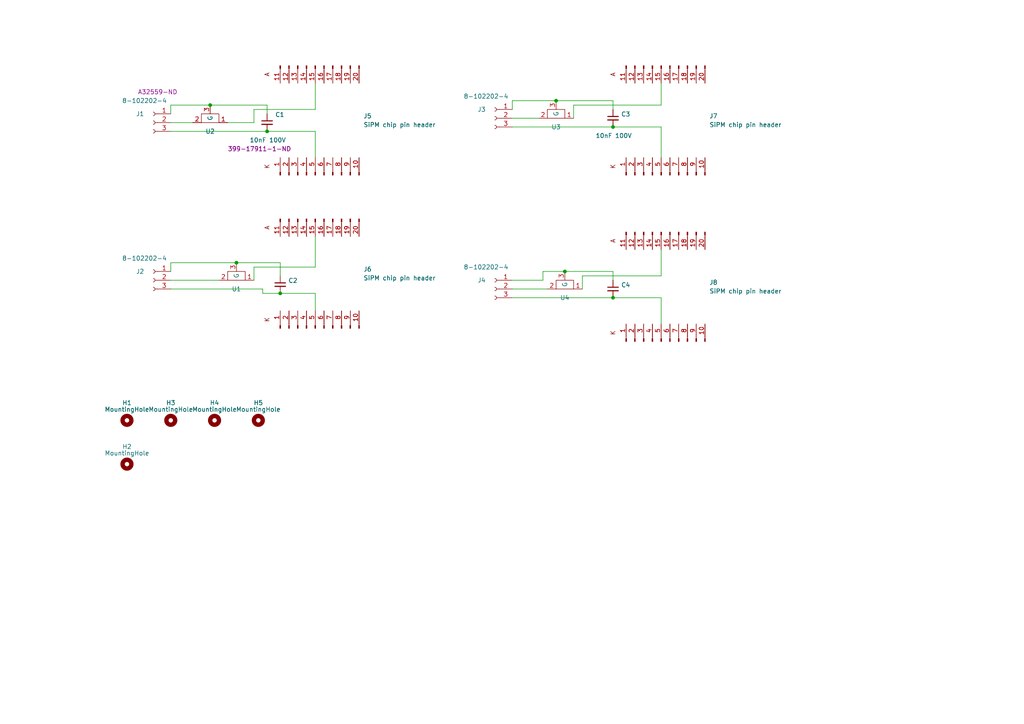
<source format=kicad_sch>
(kicad_sch (version 20230121) (generator eeschema)
  (paper "A4")
  (title_block (title "DarkQuest Quad SiPM Motherboard") (rev "6.1") (comment 1 "Accepts chip carrier with SiPM") (comment 2 "Pins go on motherboard and sockets go on chip carrier") (comment 3 "Rev 6.1 has pad for a 20 dB attenuator"))
  (lib_symbols
    (symbol "Analog:D10AA20Z4"
      (property "Reference" "U" (at 0 2.54 0))
      (symbol "D10AA20Z4_1_1"
        (rectangle (start -2.54 1.27) (end 2.54 -1.27))
        (pin passive line (at -5.08 1.27 0) (length 2.54) (name "") (number "1"))
        (pin passive line (at 5.08 1.27 180) (length 2.54) (name "") (number "2"))
        (pin passive line (at 0 -3.81 90) (length 2.54) (name "G") (number "3"))
      )
    )
    (symbol "Connector:Conn_01x03_Female" (pin_names (offset 1.016) hide)
      (property "Reference" "J" (at 0 5.08 0))
      (property "Value" "Conn_01x03_Female" (at 0 -5.08 0))
      (symbol "Conn_01x03_Female_1_1"
        (arc (start 0 -2.032) (mid -0.5058 -2.54) (end 0 -3.048) (stroke (width 0.1524)))
        (polyline (pts (xy -1.27 -2.54) (xy -0.508 -2.54)) (stroke (width 0.1524)))
        (polyline (pts (xy -1.27 0) (xy -0.508 0)) (stroke (width 0.1524)))
        (polyline (pts (xy -1.27 2.54) (xy -0.508 2.54)) (stroke (width 0.1524)))
        (arc (start 0 0.508) (mid -0.5058 0) (end 0 -0.508) (stroke (width 0.1524)))
        (arc (start 0 3.048) (mid -0.5058 2.54) (end 0 2.032) (stroke (width 0.1524)))
        (pin passive line (at -5.08 2.54 0) (length 3.81) (name "Pin_1") (number "1"))
        (pin passive line (at -5.08 0 0) (length 3.81) (name "Pin_2") (number "2"))
        (pin passive line (at -5.08 -2.54 0) (length 3.81) (name "Pin_3") (number "3"))
      )
    )
    (symbol "Connector:sipm_chip_carrier_pin_header" (pin_names (offset 1.016) hide)
      (property "Reference" "J" (at -16.51 12.7 0))
      (property "Value" "SiPM chip pin header" (at 0 -16.51 0))
      (symbol "sipm_chip_carrier_pin_header_1_1"
        (rectangle (start -15.6464 -12.573) (end -16.51 -12.827) (stroke (width 0.1524)) (fill (type outline)))
        (rectangle (start -15.6464 -10.033) (end -16.51 -10.287) (stroke (width 0.1524)) (fill (type outline)))
        (rectangle (start -15.6464 -7.493) (end -16.51 -7.747) (stroke (width 0.1524)) (fill (type outline)))
        (rectangle (start -15.6464 -4.953) (end -16.51 -5.207) (stroke (width 0.1524)) (fill (type outline)))
        (rectangle (start -15.6464 -2.413) (end -16.51 -2.667) (stroke (width 0.1524)) (fill (type outline)))
        (rectangle (start -15.6464 0.127) (end -16.51 -0.127) (stroke (width 0.1524)) (fill (type outline)))
        (rectangle (start -15.6464 2.667) (end -16.51 2.413) (stroke (width 0.1524)) (fill (type outline)))
        (rectangle (start -15.6464 5.207) (end -16.51 4.953) (stroke (width 0.1524)) (fill (type outline)))
        (rectangle (start -15.6464 7.747) (end -16.51 7.493) (stroke (width 0.1524)) (fill (type outline)))
        (rectangle (start -15.6464 10.287) (end -16.51 10.033) (stroke (width 0.1524)) (fill (type outline)))
        (polyline (pts (xy -15.24 -12.7) (xy -15.6464 -12.7)) (stroke (width 0.1524)))
        (polyline (pts (xy -15.24 -10.16) (xy -15.6464 -10.16)) (stroke (width 0.1524)))
        (polyline (pts (xy -15.24 -7.62) (xy -15.6464 -7.62)) (stroke (width 0.1524)))
        (polyline (pts (xy -15.24 -5.08) (xy -15.6464 -5.08)) (stroke (width 0.1524)))
        (polyline (pts (xy -15.24 -2.54) (xy -15.6464 -2.54)) (stroke (width 0.1524)))
        (polyline (pts (xy -15.24 0) (xy -15.6464 0)) (stroke (width 0.1524)))
        (polyline (pts (xy -15.24 2.54) (xy -15.6464 2.54)) (stroke (width 0.1524)))
        (polyline (pts (xy -15.24 5.08) (xy -15.6464 5.08)) (stroke (width 0.1524)))
        (polyline (pts (xy -15.24 7.62) (xy -15.6464 7.62)) (stroke (width 0.1524)))
        (polyline (pts (xy -15.24 10.16) (xy -15.6464 10.16)) (stroke (width 0.1524)))
        (polyline (pts (xy 13.97 -12.7) (xy 14.3764 -12.7)) (stroke (width 0.1524)))
        (polyline (pts (xy 13.97 -10.16) (xy 14.3764 -10.16)) (stroke (width 0.1524)))
        (polyline (pts (xy 13.97 -7.62) (xy 14.3764 -7.62)) (stroke (width 0.1524)))
        (polyline (pts (xy 13.97 -5.08) (xy 14.3764 -5.08)) (stroke (width 0.1524)))
        (polyline (pts (xy 13.97 -2.54) (xy 14.3764 -2.54)) (stroke (width 0.1524)))
        (polyline (pts (xy 13.97 0) (xy 14.3764 0)) (stroke (width 0.1524)))
        (polyline (pts (xy 13.97 2.54) (xy 14.3764 2.54)) (stroke (width 0.1524)))
        (polyline (pts (xy 13.97 5.08) (xy 14.3764 5.08)) (stroke (width 0.1524)))
        (polyline (pts (xy 13.97 7.62) (xy 14.3764 7.62)) (stroke (width 0.1524)))
        (polyline (pts (xy 13.97 10.16) (xy 14.3764 10.16)) (stroke (width 0.1524)))
        (rectangle (start 15.24 -12.827) (end 14.3764 -12.573) (stroke (width 0.1524)) (fill (type outline)))
        (rectangle (start 15.24 -10.287) (end 14.3764 -10.033) (stroke (width 0.1524)) (fill (type outline)))
        (rectangle (start 15.24 -7.747) (end 14.3764 -7.493) (stroke (width 0.1524)) (fill (type outline)))
        (rectangle (start 15.24 -5.207) (end 14.3764 -4.953) (stroke (width 0.1524)) (fill (type outline)))
        (rectangle (start 15.24 -2.667) (end 14.3764 -2.413) (stroke (width 0.1524)) (fill (type outline)))
        (rectangle (start 15.24 -0.127) (end 14.3764 0.127) (stroke (width 0.1524)) (fill (type outline)))
        (rectangle (start 15.24 2.413) (end 14.3764 2.667) (stroke (width 0.1524)) (fill (type outline)))
        (rectangle (start 15.24 4.953) (end 14.3764 5.207) (stroke (width 0.1524)) (fill (type outline)))
        (rectangle (start 15.24 7.493) (end 14.3764 7.747) (stroke (width 0.1524)) (fill (type outline)))
        (rectangle (start 15.24 10.033) (end 14.3764 10.287) (stroke (width 0.1524)) (fill (type outline)))
        (text "A" (at 12.7 13.97 0) (effects (font (size 1.27 1.27))))
        (text "K" (at -13.97 13.97 0) (effects (font (size 1.27 1.27))))
        (pin passive line (at -11.43 10.16 180) (length 3.81) (name "Pin_1") (number "1"))
        (pin passive line (at -11.43 -12.7 180) (length 3.81) (name "Pin_10") (number "10"))
        (pin passive line (at 10.16 10.16 0) (length 3.81) (name "Pin_1") (number "11"))
        (pin passive line (at 10.16 7.62 0) (length 3.81) (name "Pin_2") (number "12"))
        (pin passive line (at 10.16 5.08 0) (length 3.81) (name "Pin_3") (number "13"))
        (pin passive line (at 10.16 2.54 0) (length 3.81) (name "Pin_4") (number "14"))
        (pin passive line (at 10.16 0 0) (length 3.81) (name "Pin_5") (number "15"))
        (pin passive line (at 10.16 -2.54 0) (length 3.81) (name "Pin_6") (number "16"))
        (pin passive line (at 10.16 -5.08 0) (length 3.81) (name "Pin_7") (number "17"))
        (pin passive line (at 10.16 -7.62 0) (length 3.81) (name "Pin_8") (number "18"))
        (pin passive line (at 10.16 -10.16 0) (length 3.81) (name "Pin_9") (number "19"))
        (pin passive line (at -11.43 7.62 180) (length 3.81) (name "Pin_2") (number "2"))
        (pin passive line (at 10.16 -12.7 0) (length 3.81) (name "Pin_10") (number "20"))
        (pin passive line (at -11.43 5.08 180) (length 3.81) (name "Pin_3") (number "3"))
        (pin passive line (at -11.43 2.54 180) (length 3.81) (name "Pin_4") (number "4"))
        (pin passive line (at -11.43 0 180) (length 3.81) (name "Pin_5") (number "5"))
        (pin passive line (at -11.43 -2.54 180) (length 3.81) (name "Pin_6") (number "6"))
        (pin passive line (at -11.43 -5.08 180) (length 3.81) (name "Pin_7") (number "7"))
        (pin passive line (at -11.43 -7.62 180) (length 3.81) (name "Pin_8") (number "8"))
        (pin passive line (at -11.43 -10.16 180) (length 3.81) (name "Pin_9") (number "9"))
      )
    )
    (symbol "Device:C_Small" (pin_numbers hide) (pin_names (offset 0.254) hide)
      (property "Reference" "C" (at 0.254 1.778 0))
      (property "Value" "C_Small" (at 0.254 -2.032 0))
      (symbol "C_Small_0_1"
        (polyline (pts (xy -1.524 -0.508) (xy 1.524 -0.508)) (stroke (width 0.3302)))
        (polyline (pts (xy -1.524 0.508) (xy 1.524 0.508)) (stroke (width 0.3048)))
      )
      (symbol "C_Small_1_1"
        (pin passive line (at 0 2.54 270) (length 2.032) (name "~") (number "1"))
        (pin passive line (at 0 -2.54 90) (length 2.032) (name "~") (number "2"))
      )
    )
    (symbol "Mechanical:MountingHole" (pin_names (offset 1.016))
      (property "Reference" "H" (at 0 5.08 0))
      (property "Value" "MountingHole" (at 0 3.175 0))
      (symbol "MountingHole_0_1"
        (circle (center 0 0) (radius 1.27) (stroke (width 1.27)))
      )
    )
  )
  (junction (at 163.83 78.74))
  (junction (at 60.96 30.48))
  (junction (at 177.8 86.36))
  (junction (at 77.47 38.1))
  (junction (at 161.29 29.21))
  (junction (at 68.58 76.2))
  (junction (at 81.28 85.09))
  (junction (at 177.8 36.83))
  (wire (pts (xy 148.59 86.36) (xy 177.8 86.36)))
  (wire (pts (xy 157.48 78.74) (xy 163.83 78.74)))
  (wire (pts (xy 73.66 81.28) (xy 73.66 77.47)))
  (wire (pts (xy 168.91 80.01) (xy 191.77 80.01)))
  (wire (pts (xy 81.28 76.2) (xy 81.28 80.01)))
  (wire (pts (xy 168.91 83.82) (xy 168.91 80.01)))
  (wire (pts (xy 49.53 81.28) (xy 63.5 81.28)))
  (wire (pts (xy 148.59 83.82) (xy 158.75 83.82)))
  (wire (pts (xy 73.66 35.56) (xy 73.66 31.75)))
  (wire (pts (xy 49.53 83.82) (xy 76.2 83.82)))
  (wire (pts (xy 91.44 85.09) (xy 81.28 85.09)))
  (wire (pts (xy 49.53 38.1) (xy 77.47 38.1)))
  (wire (pts (xy 177.8 31.75) (xy 177.8 29.21)))
  (wire (pts (xy 60.96 30.48) (xy 77.47 30.48)))
  (wire (pts (xy 177.8 29.21) (xy 161.29 29.21)))
  (wire (pts (xy 76.2 83.82) (xy 76.2 85.09)))
  (wire (pts (xy 77.47 30.48) (xy 77.47 33.02)))
  (wire (pts (xy 91.44 38.1) (xy 77.47 38.1)))
  (wire (pts (xy 49.53 76.2) (xy 68.58 76.2)))
  (wire (pts (xy 191.77 93.98) (xy 191.77 86.36)))
  (wire (pts (xy 161.29 29.21) (xy 148.59 29.21)))
  (wire (pts (xy 148.59 36.83) (xy 177.8 36.83)))
  (wire (pts (xy 91.44 77.47) (xy 91.44 68.58)))
  (wire (pts (xy 91.44 31.75) (xy 91.44 24.13)))
  (wire (pts (xy 66.04 35.56) (xy 73.66 35.56)))
  (wire (pts (xy 191.77 45.72) (xy 191.77 36.83)))
  (wire (pts (xy 157.48 81.28) (xy 157.48 78.74)))
  (wire (pts (xy 166.37 34.29) (xy 166.37 30.48)))
  (wire (pts (xy 91.44 45.72) (xy 91.44 38.1)))
  (wire (pts (xy 148.59 34.29) (xy 156.21 34.29)))
  (wire (pts (xy 91.44 90.17) (xy 91.44 85.09)))
  (wire (pts (xy 73.66 31.75) (xy 91.44 31.75)))
  (wire (pts (xy 49.53 35.56) (xy 55.88 35.56)))
  (wire (pts (xy 148.59 29.21) (xy 148.59 31.75)))
  (wire (pts (xy 163.83 78.74) (xy 177.8 78.74)))
  (wire (pts (xy 49.53 30.48) (xy 60.96 30.48)))
  (wire (pts (xy 191.77 30.48) (xy 191.77 24.13)))
  (wire (pts (xy 81.28 76.2) (xy 68.58 76.2)))
  (wire (pts (xy 49.53 33.02) (xy 49.53 30.48)))
  (wire (pts (xy 73.66 77.47) (xy 91.44 77.47)))
  (wire (pts (xy 166.37 30.48) (xy 191.77 30.48)))
  (wire (pts (xy 191.77 36.83) (xy 177.8 36.83)))
  (wire (pts (xy 76.2 85.09) (xy 81.28 85.09)))
  (wire (pts (xy 177.8 78.74) (xy 177.8 81.28)))
  (wire (pts (xy 49.53 78.74) (xy 49.53 76.2)))
  (wire (pts (xy 191.77 86.36) (xy 177.8 86.36)))
  (wire (pts (xy 148.59 81.28) (xy 157.48 81.28)))
  (wire (pts (xy 191.77 80.01) (xy 191.77 72.39)))
  (symbol (lib_id "Connector:Conn_01x03_Female") (at 44.45 35.56 0) (mirror y) (unit 1)
    (property "Reference" "J1" (at 40.64 33.02 0))
    (property "Value" "8-102202-4" (at 41.91 29.21 0))
    (property "Footprint" "Connector_PinHeader_2.54mm:PinHeader_1x03_P2.54mm_Vertical" (effects hide))
    (property "DigiKey" "A32559-ND" (at 45.72 26.67 0))
  )
  (symbol (lib_id "Device:C_Small") (at 77.47 35.56 0) (unit 1)
    (property "Reference" "C1" (at 79.8068 33.2486 0) (effects (justify left)))
    (property "Value" "10nF 100V" (at 72.39 40.64 0) (effects (justify left)))
    (property "Footprint" "Capacitor_SMD:C_1206_3216Metric_Pad1.33x1.80mm_HandSolder" (effects hide))
    (property "DigiKey" "399-17911-1-ND" (at 66.04 43.18 0) (effects (justify left)))
  )
  (symbol (lib_id "Connector:Conn_01x03_Female") (at 143.51 34.29 0) (mirror y) (unit 1)
    (property "Reference" "J3" (at 139.7 31.75 0))
    (property "Value" "8-102202-4" (at 140.97 27.94 0))
    (property "Footprint" "Connector_PinHeader_2.54mm:PinHeader_1x03_P2.54mm_Vertical" (effects hide))
    (property "DigiKey" "A32559-ND" (effects hide))
  )
  (symbol (lib_id "Device:C_Small") (at 177.8 34.29 0) (unit 1)
    (property "Reference" "C3" (at 180.1368 33.1216 0) (effects (justify left)))
    (property "Value" "10nF 100V" (at 172.72 39.37 0) (effects (justify left)))
    (property "Footprint" "Capacitor_SMD:C_1206_3216Metric_Pad1.33x1.80mm_HandSolder" (effects hide))
    (property "DigiKey" "399-17911-1-ND" (effects hide))
  )
  (symbol (lib_id "Connector:Conn_01x03_Female") (at 44.45 81.28 0) (mirror y) (unit 1)
    (property "Reference" "J2" (at 40.64 78.74 0))
    (property "Value" "8-102202-4" (at 41.91 74.93 0))
    (property "Footprint" "Connector_PinHeader_2.54mm:PinHeader_1x03_P2.54mm_Vertical" (effects hide))
    (property "DigiKey" "A32559-ND" (effects hide))
  )
  (symbol (lib_id "Device:C_Small") (at 81.28 82.55 0) (unit 1)
    (property "Reference" "C2" (at 83.6168 81.3816 0) (effects (justify left)))
    (property "Value" "10nF 100V" (effects hide))
    (property "Footprint" "Capacitor_SMD:C_1206_3216Metric_Pad1.33x1.80mm_HandSolder" (effects hide))
    (property "DigiKey" "399-17911-1-ND" (effects hide))
  )
  (symbol (lib_id "Connector:Conn_01x03_Female") (at 143.51 83.82 0) (mirror y) (unit 1)
    (property "Reference" "J4" (at 139.7 81.28 0))
    (property "Value" "8-102202-4" (at 140.97 77.47 0))
    (property "Footprint" "Connector_PinHeader_2.54mm:PinHeader_1x03_P2.54mm_Vertical" (effects hide))
    (property "DigiKey" "A32559-ND" (effects hide))
  )
  (symbol (lib_id "Device:C_Small") (at 177.8 83.82 0) (unit 1)
    (property "Reference" "C4" (at 180.1368 82.6516 0) (effects (justify left)))
    (property "Value" "10nF 100V" (effects hide))
    (property "Footprint" "Capacitor_SMD:C_1206_3216Metric_Pad1.33x1.80mm_HandSolder" (effects hide))
    (property "DigiKey" "399-17911-1-ND" (effects hide))
  )
  (symbol (lib_id "Mechanical:MountingHole") (at 36.83 121.92 0) (unit 1)
    (property "Reference" "H1" (at 36.83 116.84 0))
    (property "Value" "MountingHole" (at 36.83 118.745 0))
    (property "Footprint" "quad_sipm:MountingHole_6.4_pad" (effects hide))
  )
  (symbol (lib_id "Mechanical:MountingHole") (at 49.53 121.92 0) (unit 1)
    (property "Reference" "H3" (at 49.53 116.84 0))
    (property "Value" "MountingHole" (at 49.53 118.745 0))
    (property "Footprint" "quad_sipm:MountingHole_6.4_pad" (effects hide))
  )
  (symbol (lib_id "Mechanical:MountingHole") (at 62.23 121.92 0) (unit 1)
    (property "Reference" "H4" (at 62.23 116.84 0))
    (property "Value" "MountingHole" (at 62.23 118.745 0))
    (property "Footprint" "quad_sipm:MountingHole_6.4_pad" (effects hide))
  )
  (symbol (lib_id "Mechanical:MountingHole") (at 74.93 121.92 0) (unit 1)
    (property "Reference" "H5" (at 74.93 116.84 0))
    (property "Value" "MountingHole" (at 74.93 118.745 0))
    (property "Footprint" "quad_sipm:MountingHole_6.4_pad" (effects hide))
  )
  (symbol (lib_id "Mechanical:MountingHole") (at 36.83 134.62 0) (unit 1)
    (property "Reference" "H2" (at 36.83 129.54 0))
    (property "Value" "MountingHole" (at 36.83 131.445 0))
    (property "Footprint" "quad_sipm:MountingHole_8.4mm_M8_Pad" (effects hide))
  )
  (symbol (lib_id "Connector:sipm_chip_carrier_pin_header") (at 191.77 82.55 90) (unit 1)
    (property "Reference" "J8" (at 205.74 81.915 90) (effects (justify right)))
    (property "Value" "SiPM chip pin header" (at 205.74 84.455 90) (effects (justify right)))
    (property "Footprint" "Connector_PinHeader_2.54mm:chip_carrier_pin_header" (effects hide))
  )
  (symbol (lib_id "Analog:D10AA20Z4") (at 161.29 33.02 180) (unit 1)
    (property "Reference" "U3" (at 161.29 36.83 0))
    (property "Value" "~" (at 161.29 29.21 0))
    (property "Footprint" "Resistor_SMD:D10AA20Z4" (effects hide))
  )
  (symbol (lib_id "Analog:D10AA20Z4") (at 68.58 80.01 180) (unit 1)
    (property "Reference" "U1" (at 68.58 83.82 0))
    (property "Value" "~" (at 68.58 76.2 0))
    (property "Footprint" "Resistor_SMD:D10AA20Z4" (effects hide))
  )
  (symbol (lib_id "Connector:sipm_chip_carrier_pin_header") (at 91.44 78.74 90) (unit 1)
    (property "Reference" "J6" (at 105.41 78.105 90) (effects (justify right)))
    (property "Value" "SiPM chip pin header" (at 105.41 80.645 90) (effects (justify right)))
    (property "Footprint" "Connector_PinHeader_2.54mm:chip_carrier_pin_header" (effects hide))
  )
  (symbol (lib_id "Analog:D10AA20Z4") (at 60.96 34.29 180) (unit 1)
    (property "Reference" "U2" (at 60.96 38.1 0))
    (property "Value" "~" (at 60.96 30.48 0))
    (property "Footprint" "Resistor_SMD:D10AA20Z4" (effects hide))
  )
  (symbol (lib_id "Connector:sipm_chip_carrier_pin_header") (at 191.77 34.29 90) (unit 1)
    (property "Reference" "J7" (at 205.74 33.655 90) (effects (justify right)))
    (property "Value" "SiPM chip pin header" (at 205.74 36.195 90) (effects (justify right)))
    (property "Footprint" "Connector_PinHeader_2.54mm:chip_carrier_pin_header" (effects hide))
  )
  (symbol (lib_id "Analog:D10AA20Z4") (at 163.83 82.55 180) (unit 1)
    (property "Reference" "U4" (at 163.83 86.36 0))
    (property "Value" "~" (at 163.83 78.74 0))
    (property "Footprint" "Resistor_SMD:D10AA20Z4" (effects hide))
  )
  (symbol (lib_id "Connector:sipm_chip_carrier_pin_header") (at 91.44 34.29 90) (unit 1)
    (property "Reference" "J5" (at 105.41 33.655 90) (effects (justify right)))
    (property "Value" "SiPM chip pin header" (at 105.41 36.195 90) (effects (justify right)))
    (property "Footprint" "Connector_PinHeader_2.54mm:chip_carrier_pin_header" (effects hide))
  )
)
</source>
